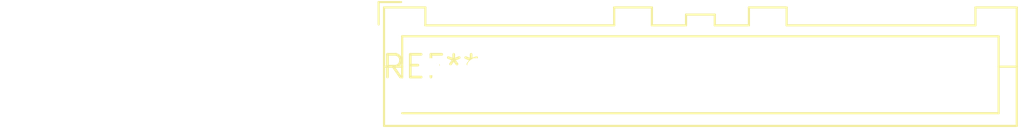
<source format=kicad_pcb>
(kicad_pcb (version 20240108) (generator pcbnew)
  (layers (0 "F.Cu" signal) (31 "B.Cu" signal) (34 "B.Paste" user) (35 "F.Paste" user) (36 "B.SilkS" user "B.Silkscreen") (37 "F.SilkS" user "F.Silkscreen") (38 "B.Mask" user) (39 "F.Mask" user) (44 "Edge.Cuts" user))
  (net 0 "")
  (footprint "JST_XA_B13B-XASK-1-A_1x13_P2.50mm_Vertical" (layer "F.Cu") (at 0 0)
    (property "Reference" "REF**")
    (property "Value" "JST_XA_B13B-XASK-1-A_1x13_P2.50mm_Vertical")
    (fp_line (start -2.91 -3.61) (end -2.91 -2.36) (layer "F.SilkS") (stroke (width 0.12)))
    (fp_line (start -2.61 -3.31) (end -2.61 3.31) (layer "F.SilkS") (stroke (width 0.12)))
    (fp_line (start -2.61 0) (end -1.6 0) (layer "F.SilkS") (stroke (width 0.12)))
    (fp_line (start -2.61 3.31) (end 32.61 3.31) (layer "F.SilkS") (stroke (width 0.12)))
    (fp_line (start -1.66 -3.61) (end -2.91 -3.61) (layer "F.SilkS") (stroke (width 0.12)))
    (fp_line (start -1.6 -1.7) (end 31.6 -1.7) (layer "F.SilkS") (stroke (width 0.12)))
    (fp_line (start -1.6 0.6) (end -1.6 -1.7) (layer "F.SilkS") (stroke (width 0.12)))
    (fp_line (start -0.31 -3.31) (end -2.61 -3.31) (layer "F.SilkS") (stroke (width 0.12)))
    (fp_line (start -0.31 -2.31) (end -0.31 -3.31) (layer "F.SilkS") (stroke (width 0.12)))
    (fp_line (start 10.2 -3.31) (end 10.2 -2.31) (layer "F.SilkS") (stroke (width 0.12)))
    (fp_line (start 10.2 -2.31) (end -0.31 -2.31) (layer "F.SilkS") (stroke (width 0.12)))
    (fp_line (start 12.3 -3.31) (end 10.2 -3.31) (layer "F.SilkS") (stroke (width 0.12)))
    (fp_line (start 12.3 -2.31) (end 12.3 -3.31) (layer "F.SilkS") (stroke (width 0.12)))
    (fp_line (start 14.2 -2.91) (end 14.2 -2.31) (layer "F.SilkS") (stroke (width 0.12)))
    (fp_line (start 14.2 -2.31) (end 12.3 -2.31) (layer "F.SilkS") (stroke (width 0.12)))
    (fp_line (start 15.8 -2.91) (end 14.2 -2.91) (layer "F.SilkS") (stroke (width 0.12)))
    (fp_line (start 15.8 -2.31) (end 15.8 -2.91) (layer "F.SilkS") (stroke (width 0.12)))
    (fp_line (start 17.7 -3.31) (end 17.7 -2.31) (layer "F.SilkS") (stroke (width 0.12)))
    (fp_line (start 17.7 -2.31) (end 15.8 -2.31) (layer "F.SilkS") (stroke (width 0.12)))
    (fp_line (start 19.8 -3.31) (end 17.7 -3.31) (layer "F.SilkS") (stroke (width 0.12)))
    (fp_line (start 19.8 -2.31) (end 19.8 -3.31) (layer "F.SilkS") (stroke (width 0.12)))
    (fp_line (start 30.31 -3.31) (end 30.31 -2.31) (layer "F.SilkS") (stroke (width 0.12)))
    (fp_line (start 30.31 -2.31) (end 19.8 -2.31) (layer "F.SilkS") (stroke (width 0.12)))
    (fp_line (start 31.6 -1.7) (end 31.6 2.6) (layer "F.SilkS") (stroke (width 0.12)))
    (fp_line (start 31.6 2.6) (end -1.6 2.6) (layer "F.SilkS") (stroke (width 0.12)))
    (fp_line (start 32.61 -3.31) (end 30.31 -3.31) (layer "F.SilkS") (stroke (width 0.12)))
    (fp_line (start 32.61 0) (end 31.6 0) (layer "F.SilkS") (stroke (width 0.12)))
    (fp_line (start 32.61 3.31) (end 32.61 -3.31) (layer "F.SilkS") (stroke (width 0.12)))
    (pad "" np_thru_hole circle (at -1.6 1.6) (size 1.25 1.25) (drill 1.25) (layers *.Cu *.Mask))
    (pad "1" thru_hole roundrect (at 0 0) (size 1.7 1.95) (drill 0.95) (layers *.Cu *.Mask) (remove_unused_layers) (roundrect_rratio 0.147059))
    (pad "2" thru_hole oval (at 2.5 0) (size 1.7 1.95) (drill 0.95) (layers *.Cu *.Mask) (remove_unused_layers))
    (pad "3" thru_hole oval (at 5 0) (size 1.7 1.95) (drill 0.95) (layers *.Cu *.Mask) (remove_unused_layers))
    (pad "4" thru_hole oval (at 7.5 0) (size 1.7 1.95) (drill 0.95) (layers *.Cu *.Mask) (remove_unused_layers))
    (pad "5" thru_hole oval (at 10 0) (size 1.7 1.95) (drill 0.95) (layers *.Cu *.Mask) (remove_unused_layers))
    (pad "6" thru_hole oval (at 12.5 0) (size 1.7 1.95) (drill 0.95) (layers *.Cu *.Mask) (remove_unused_layers))
    (pad "7" thru_hole oval (at 15 0) (size 1.7 1.95) (drill 0.95) (layers *.Cu *.Mask) (remove_unused_layers))
    (pad "8" thru_hole oval (at 17.5 0) (size 1.7 1.95) (drill 0.95) (layers *.Cu *.Mask) (remove_unused_layers))
    (pad "9" thru_hole oval (at 20 0) (size 1.7 1.95) (drill 0.95) (layers *.Cu *.Mask) (remove_unused_layers))
    (pad "10" thru_hole oval (at 22.5 0) (size 1.7 1.95) (drill 0.95) (layers *.Cu *.Mask) (remove_unused_layers))
    (pad "11" thru_hole oval (at 25 0) (size 1.7 1.95) (drill 0.95) (layers *.Cu *.Mask) (remove_unused_layers))
    (pad "12" thru_hole oval (at 27.5 0) (size 1.7 1.95) (drill 0.95) (layers *.Cu *.Mask) (remove_unused_layers))
    (pad "13" thru_hole oval (at 30 0) (size 1.7 1.95) (drill 0.95) (layers *.Cu *.Mask) (remove_unused_layers))
  )
)
</source>
